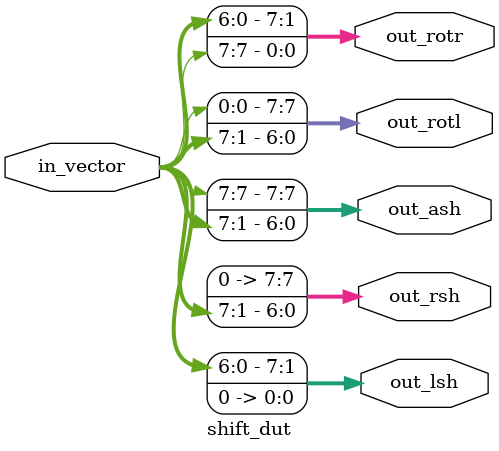
<source format=v>
module shift_dut (
    input signed [7:0] in_vector,  // 8-bit input vector
    output wire [7:0] out_lsh,      // Logical shift left output
    output wire [7:0] out_rsh,      // Logical shift right output
    output wire [7:0] out_ash,      // Arithmetic shift right output
    output wire [7:0] out_rotl,     // Rotate left output
    output wire [7:0] out_rotr      // Rotate right output
);

    // Logical shift left by 1 bit
    assign out_lsh = in_vector << 1;

    // Logical shift right by 1 bit
    assign out_rsh = in_vector >> 1;

    // Arithmetic shift right by 1 bit (same as logical shift for positive numbers)
    assign out_ash = in_vector >>> 1;

    // Rotate left by 1 bit
    assign out_rotl = {in_vector[0], in_vector[7:1]};

    // Rotate right by 1 bit
    assign out_rotr = {in_vector[6:0], in_vector[7]};

endmodule

</source>
